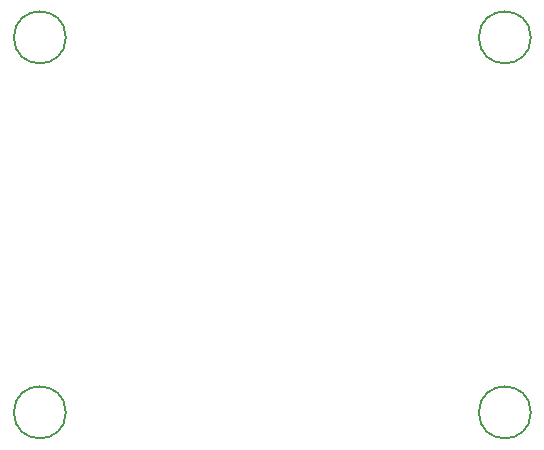
<source format=gbr>
%TF.GenerationSoftware,KiCad,Pcbnew,(6.0.4-0)*%
%TF.CreationDate,2023-08-14T15:40:46-05:00*%
%TF.ProjectId,model_cell,6d6f6465-6c5f-4636-956c-6c2e6b696361,rev?*%
%TF.SameCoordinates,Original*%
%TF.FileFunction,Other,Comment*%
%FSLAX46Y46*%
G04 Gerber Fmt 4.6, Leading zero omitted, Abs format (unit mm)*
G04 Created by KiCad (PCBNEW (6.0.4-0)) date 2023-08-14 15:40:46*
%MOMM*%
%LPD*%
G01*
G04 APERTURE LIST*
%ADD10C,0.150000*%
G04 APERTURE END LIST*
D10*
%TO.C,H3*%
X53000000Y35877500D02*
G75*
G03*
X53000000Y35877500I-2200000J0D01*
G01*
%TO.C,H5*%
X13630000Y4127500D02*
G75*
G03*
X13630000Y4127500I-2200000J0D01*
G01*
%TO.C,H7*%
X13630000Y35877500D02*
G75*
G03*
X13630000Y35877500I-2200000J0D01*
G01*
%TO.C,H1*%
X53000000Y4127500D02*
G75*
G03*
X53000000Y4127500I-2200000J0D01*
G01*
%TD*%
M02*

</source>
